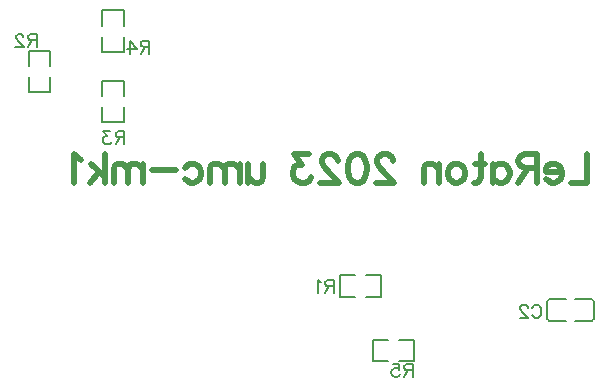
<source format=gbo>
G04 Layer: BottomSilkscreenLayer*
G04 EasyEDA v6.5.39, 2023-12-21 10:53:13*
G04 3e67a15472894c6e83902e6d43e54a9e,2402692d15bd446891542ced5281a4ad,10*
G04 Gerber Generator version 0.2*
G04 Scale: 100 percent, Rotated: No, Reflected: No *
G04 Dimensions in millimeters *
G04 leading zeros omitted , absolute positions ,4 integer and 5 decimal *
%FSLAX45Y45*%
%MOMM*%

%ADD10C,0.5000*%
%ADD11C,0.1524*%

%LPD*%
D10*
X5537200Y-1411427D02*
G01*
X5537200Y-1650062D01*
X5537200Y-1650062D02*
G01*
X5400837Y-1650062D01*
X5325836Y-1559153D02*
G01*
X5189474Y-1559153D01*
X5189474Y-1536428D01*
X5200837Y-1513700D01*
X5212201Y-1502336D01*
X5234927Y-1490972D01*
X5269019Y-1490972D01*
X5291747Y-1502336D01*
X5314472Y-1525064D01*
X5325836Y-1559153D01*
X5325836Y-1581881D01*
X5314472Y-1615973D01*
X5291747Y-1638701D01*
X5269019Y-1650062D01*
X5234927Y-1650062D01*
X5212201Y-1638701D01*
X5189474Y-1615973D01*
X5114472Y-1411427D02*
G01*
X5114472Y-1650062D01*
X5114472Y-1411427D02*
G01*
X5012202Y-1411427D01*
X4978110Y-1422791D01*
X4966746Y-1434155D01*
X4955382Y-1456883D01*
X4955382Y-1479608D01*
X4966746Y-1502336D01*
X4978110Y-1513700D01*
X5012202Y-1525064D01*
X5114472Y-1525064D01*
X5034927Y-1525064D02*
G01*
X4955382Y-1650062D01*
X4744018Y-1490972D02*
G01*
X4744018Y-1650062D01*
X4744018Y-1525064D02*
G01*
X4766746Y-1502336D01*
X4789474Y-1490972D01*
X4823564Y-1490972D01*
X4846292Y-1502336D01*
X4869019Y-1525064D01*
X4880383Y-1559153D01*
X4880383Y-1581881D01*
X4869019Y-1615973D01*
X4846292Y-1638701D01*
X4823564Y-1650062D01*
X4789474Y-1650062D01*
X4766746Y-1638701D01*
X4744018Y-1615973D01*
X4634928Y-1411427D02*
G01*
X4634928Y-1604609D01*
X4623564Y-1638701D01*
X4600839Y-1650062D01*
X4578111Y-1650062D01*
X4669020Y-1490972D02*
G01*
X4589475Y-1490972D01*
X4446292Y-1490972D02*
G01*
X4469020Y-1502336D01*
X4491748Y-1525064D01*
X4503110Y-1559153D01*
X4503110Y-1581881D01*
X4491748Y-1615973D01*
X4469020Y-1638701D01*
X4446292Y-1650062D01*
X4412203Y-1650062D01*
X4389475Y-1638701D01*
X4366747Y-1615973D01*
X4355383Y-1581881D01*
X4355383Y-1559153D01*
X4366747Y-1525064D01*
X4389475Y-1502336D01*
X4412203Y-1490972D01*
X4446292Y-1490972D01*
X4280385Y-1490972D02*
G01*
X4280385Y-1650062D01*
X4280385Y-1536428D02*
G01*
X4246293Y-1502336D01*
X4223565Y-1490972D01*
X4189475Y-1490972D01*
X4166748Y-1502336D01*
X4155384Y-1536428D01*
X4155384Y-1650062D01*
X3894020Y-1468246D02*
G01*
X3894020Y-1456883D01*
X3882656Y-1434155D01*
X3871295Y-1422791D01*
X3848567Y-1411427D01*
X3803111Y-1411427D01*
X3780386Y-1422791D01*
X3769022Y-1434155D01*
X3757658Y-1456883D01*
X3757658Y-1479608D01*
X3769022Y-1502336D01*
X3791750Y-1536428D01*
X3905384Y-1650062D01*
X3746294Y-1650062D01*
X3603111Y-1411427D02*
G01*
X3637203Y-1422791D01*
X3659931Y-1456883D01*
X3671295Y-1513700D01*
X3671295Y-1547792D01*
X3659931Y-1604609D01*
X3637203Y-1638701D01*
X3603111Y-1650062D01*
X3580386Y-1650062D01*
X3546294Y-1638701D01*
X3523566Y-1604609D01*
X3512205Y-1547792D01*
X3512205Y-1513700D01*
X3523566Y-1456883D01*
X3546294Y-1422791D01*
X3580386Y-1411427D01*
X3603111Y-1411427D01*
X3425840Y-1468246D02*
G01*
X3425840Y-1456883D01*
X3414476Y-1434155D01*
X3403112Y-1422791D01*
X3380386Y-1411427D01*
X3334931Y-1411427D01*
X3312205Y-1422791D01*
X3300841Y-1434155D01*
X3289477Y-1456883D01*
X3289477Y-1479608D01*
X3300841Y-1502336D01*
X3323567Y-1536428D01*
X3437204Y-1650062D01*
X3278113Y-1650062D01*
X3180387Y-1411427D02*
G01*
X3055386Y-1411427D01*
X3123567Y-1502336D01*
X3089478Y-1502336D01*
X3066750Y-1513700D01*
X3055386Y-1525064D01*
X3044022Y-1559153D01*
X3044022Y-1581881D01*
X3055386Y-1615973D01*
X3078114Y-1638701D01*
X3112206Y-1650062D01*
X3146295Y-1650062D01*
X3180387Y-1638701D01*
X3191751Y-1627337D01*
X3203112Y-1604609D01*
X2794022Y-1490972D02*
G01*
X2794022Y-1604609D01*
X2782658Y-1638701D01*
X2759933Y-1650062D01*
X2725841Y-1650062D01*
X2703113Y-1638701D01*
X2669024Y-1604609D01*
X2669024Y-1490972D02*
G01*
X2669024Y-1650062D01*
X2594023Y-1490972D02*
G01*
X2594023Y-1650062D01*
X2594023Y-1536428D02*
G01*
X2559933Y-1502336D01*
X2537206Y-1490972D01*
X2503114Y-1490972D01*
X2480388Y-1502336D01*
X2469024Y-1536428D01*
X2469024Y-1650062D01*
X2469024Y-1536428D02*
G01*
X2434932Y-1502336D01*
X2412207Y-1490972D01*
X2378115Y-1490972D01*
X2355387Y-1502336D01*
X2344023Y-1536428D01*
X2344023Y-1650062D01*
X2132660Y-1525064D02*
G01*
X2155388Y-1502336D01*
X2178116Y-1490972D01*
X2212207Y-1490972D01*
X2234933Y-1502336D01*
X2257661Y-1525064D01*
X2269025Y-1559153D01*
X2269025Y-1581881D01*
X2257661Y-1615973D01*
X2234933Y-1638701D01*
X2212207Y-1650062D01*
X2178116Y-1650062D01*
X2155388Y-1638701D01*
X2132660Y-1615973D01*
X2057661Y-1547792D02*
G01*
X1853115Y-1547792D01*
X1778116Y-1490972D02*
G01*
X1778116Y-1650062D01*
X1778116Y-1536428D02*
G01*
X1744024Y-1502336D01*
X1721299Y-1490972D01*
X1687207Y-1490972D01*
X1664479Y-1502336D01*
X1653115Y-1536428D01*
X1653115Y-1650062D01*
X1653115Y-1536428D02*
G01*
X1619026Y-1502336D01*
X1596298Y-1490972D01*
X1562209Y-1490972D01*
X1539481Y-1502336D01*
X1528117Y-1536428D01*
X1528117Y-1650062D01*
X1453116Y-1411427D02*
G01*
X1453116Y-1650062D01*
X1339481Y-1490972D02*
G01*
X1453116Y-1604609D01*
X1407662Y-1559153D02*
G01*
X1328117Y-1650062D01*
X1253116Y-1456883D02*
G01*
X1230391Y-1445519D01*
X1196299Y-1411427D01*
X1196299Y-1650062D01*
D11*
X3390900Y-2475484D02*
G01*
X3390900Y-2584450D01*
X3390900Y-2475484D02*
G01*
X3344163Y-2475484D01*
X3328670Y-2480563D01*
X3323336Y-2485897D01*
X3318256Y-2496312D01*
X3318256Y-2506726D01*
X3323336Y-2517139D01*
X3328670Y-2522220D01*
X3344163Y-2527300D01*
X3390900Y-2527300D01*
X3354577Y-2527300D02*
G01*
X3318256Y-2584450D01*
X3283965Y-2496312D02*
G01*
X3273552Y-2490978D01*
X3257804Y-2475484D01*
X3257804Y-2584450D01*
X4060372Y-3186656D02*
G01*
X4060372Y-3295622D01*
X4060372Y-3186656D02*
G01*
X4013636Y-3186656D01*
X3998142Y-3191736D01*
X3992808Y-3197070D01*
X3987728Y-3207484D01*
X3987728Y-3217898D01*
X3992808Y-3228312D01*
X3998142Y-3233392D01*
X4013636Y-3238472D01*
X4060372Y-3238472D01*
X4024050Y-3238472D02*
G01*
X3987728Y-3295622D01*
X3890954Y-3186656D02*
G01*
X3943024Y-3186656D01*
X3948104Y-3233392D01*
X3943024Y-3228312D01*
X3927276Y-3222978D01*
X3911782Y-3222978D01*
X3896288Y-3228312D01*
X3885874Y-3238472D01*
X3880540Y-3254220D01*
X3880540Y-3264634D01*
X3885874Y-3280128D01*
X3896288Y-3290542D01*
X3911782Y-3295622D01*
X3927276Y-3295622D01*
X3943024Y-3290542D01*
X3948104Y-3285462D01*
X3953438Y-3275048D01*
X5072634Y-2711957D02*
G01*
X5077968Y-2701544D01*
X5088381Y-2691129D01*
X5098541Y-2686050D01*
X5119370Y-2686050D01*
X5129784Y-2691129D01*
X5140197Y-2701544D01*
X5145531Y-2711957D01*
X5150611Y-2727705D01*
X5150611Y-2753613D01*
X5145531Y-2769107D01*
X5140197Y-2779521D01*
X5129784Y-2789936D01*
X5119370Y-2795015D01*
X5098541Y-2795015D01*
X5088381Y-2789936D01*
X5077968Y-2779521D01*
X5072634Y-2769107D01*
X5033263Y-2711957D02*
G01*
X5033263Y-2706878D01*
X5027929Y-2696463D01*
X5022850Y-2691129D01*
X5012436Y-2686050D01*
X4991608Y-2686050D01*
X4981193Y-2691129D01*
X4976113Y-2696463D01*
X4970779Y-2706878D01*
X4970779Y-2717292D01*
X4976113Y-2727705D01*
X4986527Y-2743200D01*
X5038343Y-2795015D01*
X4965700Y-2795015D01*
X876300Y-392684D02*
G01*
X876300Y-501650D01*
X876300Y-392684D02*
G01*
X829563Y-392684D01*
X814070Y-397763D01*
X808736Y-403097D01*
X803655Y-413512D01*
X803655Y-423926D01*
X808736Y-434339D01*
X814070Y-439420D01*
X829563Y-444500D01*
X876300Y-444500D01*
X839978Y-444500D02*
G01*
X803655Y-501650D01*
X764031Y-418592D02*
G01*
X764031Y-413512D01*
X758952Y-403097D01*
X753618Y-397763D01*
X743204Y-392684D01*
X722629Y-392684D01*
X712215Y-397763D01*
X706881Y-403097D01*
X701802Y-413512D01*
X701802Y-423926D01*
X706881Y-434339D01*
X717295Y-449834D01*
X769365Y-501650D01*
X696468Y-501650D01*
X1616582Y-1216532D02*
G01*
X1616582Y-1325498D01*
X1616582Y-1216532D02*
G01*
X1569846Y-1216532D01*
X1554353Y-1221612D01*
X1549019Y-1226946D01*
X1543938Y-1237361D01*
X1543938Y-1247775D01*
X1549019Y-1258188D01*
X1554353Y-1263269D01*
X1569846Y-1268348D01*
X1616582Y-1268348D01*
X1580261Y-1268348D02*
G01*
X1543938Y-1325498D01*
X1499235Y-1216532D02*
G01*
X1442085Y-1216532D01*
X1473072Y-1258188D01*
X1457579Y-1258188D01*
X1447164Y-1263269D01*
X1442085Y-1268348D01*
X1436751Y-1284096D01*
X1436751Y-1294511D01*
X1442085Y-1310004D01*
X1452498Y-1320419D01*
X1467993Y-1325498D01*
X1483487Y-1325498D01*
X1499235Y-1320419D01*
X1504314Y-1315338D01*
X1509648Y-1304925D01*
X1829688Y-449961D02*
G01*
X1829688Y-558927D01*
X1829688Y-449961D02*
G01*
X1782953Y-449961D01*
X1767459Y-455040D01*
X1762125Y-460375D01*
X1757045Y-470788D01*
X1757045Y-481203D01*
X1762125Y-491617D01*
X1767459Y-496696D01*
X1782953Y-501777D01*
X1829688Y-501777D01*
X1793367Y-501777D02*
G01*
X1757045Y-558927D01*
X1670685Y-449961D02*
G01*
X1722754Y-522604D01*
X1644777Y-522604D01*
X1670685Y-449961D02*
G01*
X1670685Y-558927D01*
X3571880Y-2619009D02*
G01*
X3443386Y-2619009D01*
X3443386Y-2435590D01*
X3571880Y-2435590D01*
X3667119Y-2619009D02*
G01*
X3795613Y-2619009D01*
X3795613Y-2435590D01*
X3667119Y-2435590D01*
X3851280Y-3165109D02*
G01*
X3722786Y-3165109D01*
X3722786Y-2981690D01*
X3851280Y-2981690D01*
X3946519Y-3165109D02*
G01*
X4075013Y-3165109D01*
X4075013Y-2981690D01*
X3946519Y-2981690D01*
X5578619Y-2820860D02*
G01*
X5437619Y-2820860D01*
X5437619Y-2640139D02*
G01*
X5578619Y-2640139D01*
X5593859Y-2655379D02*
G01*
X5593859Y-2805620D01*
X5216380Y-2820860D02*
G01*
X5357380Y-2820860D01*
X5357380Y-2640139D02*
G01*
X5216380Y-2640139D01*
X5201140Y-2655379D02*
G01*
X5201140Y-2805620D01*
X809990Y-663580D02*
G01*
X809990Y-535086D01*
X993409Y-535086D01*
X993409Y-663580D01*
X809990Y-758819D02*
G01*
X809990Y-887313D01*
X993409Y-887313D01*
X993409Y-758819D01*
X1615709Y-1012819D02*
G01*
X1615709Y-1141313D01*
X1432290Y-1141313D01*
X1432290Y-1012819D01*
X1615709Y-917580D02*
G01*
X1615709Y-789086D01*
X1432290Y-789086D01*
X1432290Y-917580D01*
X1432290Y-320680D02*
G01*
X1432290Y-192186D01*
X1615709Y-192186D01*
X1615709Y-320680D01*
X1432290Y-415919D02*
G01*
X1432290Y-544413D01*
X1615709Y-544413D01*
X1615709Y-415919D01*
G75*
G01*
X5578620Y-2640140D02*
G02*
X5593860Y-2655380I0J-15240D01*
G75*
G01*
X5593860Y-2805620D02*
G02*
X5578620Y-2820860I-15240J0D01*
G75*
G01*
X5216380Y-2640140D02*
G03*
X5201140Y-2655380I0J-15240D01*
G75*
G01*
X5201140Y-2805620D02*
G03*
X5216380Y-2820860I15240J0D01*
M02*

</source>
